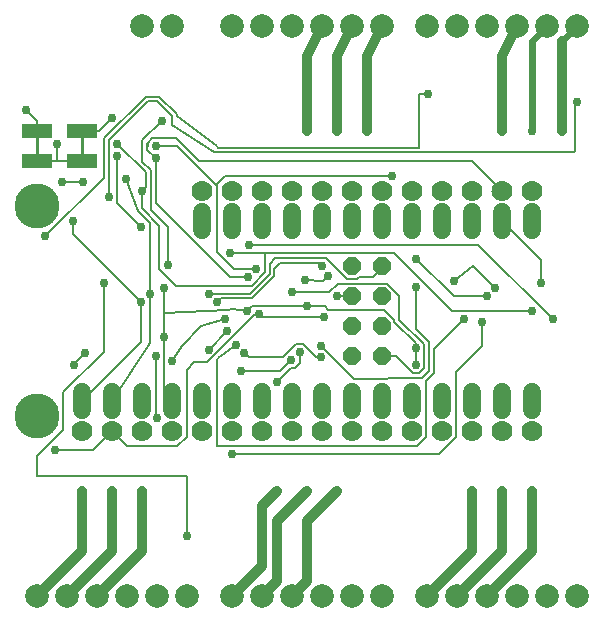
<source format=gbl>
G75*
%MOIN*%
%OFA0B0*%
%FSLAX25Y25*%
%IPPOS*%
%LPD*%
%AMOC8*
5,1,8,0,0,1.08239X$1,22.5*
%
%ADD10R,0.10000X0.05000*%
%ADD11C,0.01000*%
%ADD12C,0.15000*%
%ADD13C,0.07000*%
%ADD14C,0.07874*%
%ADD15OC8,0.06000*%
%ADD16C,0.06000*%
%ADD17C,0.00800*%
%ADD18C,0.02978*%
%ADD19C,0.03200*%
%ADD20C,0.02400*%
%ADD21C,0.01600*%
D10*
X0015000Y0161000D03*
X0015000Y0171000D03*
X0030000Y0171000D03*
X0030000Y0161000D03*
D11*
X0030000Y0171000D01*
X0015000Y0171000D02*
X0015000Y0161000D01*
D12*
X0015000Y0146000D03*
X0015000Y0076000D03*
D13*
X0030000Y0071000D03*
X0040000Y0071000D03*
X0050000Y0071000D03*
X0060000Y0071000D03*
X0070000Y0071000D03*
X0080000Y0071000D03*
X0090000Y0071000D03*
X0100000Y0071000D03*
X0110000Y0071000D03*
X0120000Y0071000D03*
X0130000Y0071000D03*
X0140000Y0071000D03*
X0150000Y0071000D03*
X0160000Y0071000D03*
X0170000Y0071000D03*
X0180000Y0071000D03*
X0180000Y0151000D03*
X0170000Y0151000D03*
X0160000Y0151000D03*
X0150000Y0151000D03*
X0140000Y0151000D03*
X0130000Y0151000D03*
X0120000Y0151000D03*
X0110000Y0151000D03*
X0100000Y0151000D03*
X0090000Y0151000D03*
X0080000Y0151000D03*
X0070000Y0151000D03*
D14*
X0015000Y0016000D03*
X0025000Y0016000D03*
X0034882Y0016000D03*
X0044882Y0016000D03*
X0054882Y0016000D03*
X0064882Y0016000D03*
X0080000Y0016000D03*
X0090000Y0016000D03*
X0099882Y0016000D03*
X0109882Y0016000D03*
X0119882Y0016000D03*
X0129882Y0016000D03*
X0145000Y0016000D03*
X0155000Y0016000D03*
X0164882Y0016000D03*
X0174882Y0016000D03*
X0184882Y0016000D03*
X0194882Y0016000D03*
X0195000Y0206000D03*
X0185000Y0206000D03*
X0175118Y0206000D03*
X0165118Y0206000D03*
X0155118Y0206000D03*
X0145118Y0206000D03*
X0130000Y0206000D03*
X0120000Y0206000D03*
X0110118Y0206000D03*
X0100118Y0206000D03*
X0090118Y0206000D03*
X0080118Y0206000D03*
X0060000Y0206000D03*
X0050000Y0206000D03*
D15*
X0120000Y0126000D03*
X0120000Y0116000D03*
X0130000Y0116000D03*
X0130000Y0126000D03*
X0130000Y0106000D03*
X0130000Y0096000D03*
X0120000Y0096000D03*
X0120000Y0106000D03*
D16*
X0120000Y0084000D02*
X0120000Y0078000D01*
X0130000Y0078000D02*
X0130000Y0084000D01*
X0140000Y0084000D02*
X0140000Y0078000D01*
X0150000Y0078000D02*
X0150000Y0084000D01*
X0160000Y0084000D02*
X0160000Y0078000D01*
X0170000Y0078000D02*
X0170000Y0084000D01*
X0180000Y0084000D02*
X0180000Y0078000D01*
X0180000Y0138000D02*
X0180000Y0144000D01*
X0170000Y0144000D02*
X0170000Y0138000D01*
X0160000Y0138000D02*
X0160000Y0144000D01*
X0150000Y0144000D02*
X0150000Y0138000D01*
X0140000Y0138000D02*
X0140000Y0144000D01*
X0130000Y0144000D02*
X0130000Y0138000D01*
X0120000Y0138000D02*
X0120000Y0144000D01*
X0110000Y0144000D02*
X0110000Y0138000D01*
X0100000Y0138000D02*
X0100000Y0144000D01*
X0090000Y0144000D02*
X0090000Y0138000D01*
X0080000Y0138000D02*
X0080000Y0144000D01*
X0070000Y0144000D02*
X0070000Y0138000D01*
X0070000Y0084000D02*
X0070000Y0078000D01*
X0060000Y0078000D02*
X0060000Y0084000D01*
X0050000Y0084000D02*
X0050000Y0078000D01*
X0040000Y0078000D02*
X0040000Y0084000D01*
X0030000Y0084000D02*
X0030000Y0078000D01*
X0080000Y0078000D02*
X0080000Y0084000D01*
X0090000Y0084000D02*
X0090000Y0078000D01*
X0100000Y0078000D02*
X0100000Y0084000D01*
X0110000Y0084000D02*
X0110000Y0078000D01*
D17*
X0120600Y0088300D02*
X0109800Y0099600D01*
X0109750Y0095761D02*
X0107985Y0095761D01*
X0103670Y0100076D01*
X0101273Y0100076D01*
X0096958Y0095761D01*
X0085596Y0095761D01*
X0084193Y0097163D01*
X0081301Y0099699D02*
X0075531Y0095469D01*
X0075000Y0094937D01*
X0075000Y0066000D01*
X0141647Y0066000D01*
X0144700Y0069053D01*
X0144700Y0087837D01*
X0147400Y0090537D01*
X0147400Y0098597D01*
X0157314Y0108511D01*
X0153400Y0111200D02*
X0134200Y0130400D01*
X0091000Y0130400D01*
X0091000Y0124000D01*
X0086600Y0119600D01*
X0061400Y0119600D01*
X0055800Y0125200D01*
X0055800Y0139600D01*
X0050000Y0145400D01*
X0050000Y0151000D01*
X0051300Y0152300D01*
X0051300Y0157300D01*
X0041800Y0166800D01*
X0039000Y0168000D02*
X0052000Y0181000D01*
X0055000Y0181000D01*
X0060000Y0176000D01*
X0060000Y0173000D01*
X0074000Y0164000D01*
X0194000Y0164000D01*
X0194500Y0164500D01*
X0194500Y0180300D01*
X0195000Y0180800D01*
X0169800Y0151200D02*
X0166600Y0151200D01*
X0169800Y0151200D02*
X0170000Y0151000D01*
X0160000Y0161000D01*
X0069063Y0161000D01*
X0061374Y0168689D01*
X0053486Y0168689D01*
X0051911Y0167114D01*
X0051911Y0166111D01*
X0051800Y0166000D01*
X0051800Y0167200D01*
X0051800Y0166000D02*
X0051800Y0164800D01*
X0054600Y0162000D01*
X0054600Y0162339D01*
X0054600Y0162000D02*
X0054600Y0147200D01*
X0079400Y0122400D01*
X0085400Y0122400D01*
X0088200Y0125200D02*
X0080600Y0125200D01*
X0075000Y0130800D01*
X0075000Y0152800D01*
X0074800Y0153000D01*
X0077800Y0156000D01*
X0133400Y0156000D01*
X0142500Y0165600D02*
X0142500Y0183500D01*
X0145400Y0183600D01*
X0142500Y0165600D02*
X0075400Y0165600D01*
X0075000Y0166000D01*
X0061600Y0176000D01*
X0061600Y0176663D01*
X0055663Y0182600D01*
X0051337Y0182600D01*
X0037537Y0168800D01*
X0037400Y0168800D01*
X0037400Y0155600D01*
X0017800Y0136000D01*
X0027000Y0136800D02*
X0049800Y0114000D01*
X0049800Y0100800D01*
X0030000Y0081000D01*
X0023800Y0084000D02*
X0023800Y0071600D01*
X0015000Y0062800D01*
X0015000Y0056000D01*
X0065000Y0056000D01*
X0065000Y0036000D01*
X0080000Y0063311D02*
X0148958Y0063311D01*
X0154700Y0069053D01*
X0154700Y0090700D01*
X0163499Y0099499D01*
X0163499Y0107501D01*
X0165000Y0116000D02*
X0154000Y0116000D01*
X0141500Y0128500D01*
X0141400Y0119200D02*
X0141400Y0105200D01*
X0145800Y0100800D01*
X0145800Y0091200D01*
X0143400Y0088800D01*
X0120600Y0088300D01*
X0130000Y0096000D02*
X0134797Y0096000D01*
X0140286Y0090511D01*
X0142514Y0090511D01*
X0144089Y0092086D01*
X0144089Y0099974D01*
X0135800Y0108263D01*
X0135800Y0116140D01*
X0131740Y0120200D01*
X0115397Y0120200D01*
X0112500Y0117302D01*
X0100000Y0117302D01*
X0104311Y0121500D02*
X0110343Y0121000D01*
X0112032Y0122689D01*
X0110000Y0126000D02*
X0108800Y0127200D01*
X0096200Y0127200D01*
X0094200Y0125200D01*
X0094200Y0122675D01*
X0086837Y0115311D01*
X0076243Y0115311D01*
X0075154Y0114222D01*
X0072500Y0116911D02*
X0086174Y0116911D01*
X0092600Y0123337D01*
X0092600Y0126900D01*
X0094500Y0128800D01*
X0111260Y0128800D01*
X0118260Y0121800D01*
X0121740Y0121800D01*
X0122440Y0122500D01*
X0127000Y0122500D01*
X0130000Y0125500D01*
X0130000Y0126000D01*
X0130000Y0116000D02*
X0130200Y0116000D01*
X0130600Y0111600D02*
X0112200Y0111600D01*
X0111000Y0112800D01*
X0105000Y0112800D01*
X0086600Y0112800D01*
X0085000Y0111200D01*
X0079900Y0111700D01*
X0078600Y0111400D01*
X0057400Y0110400D01*
X0057400Y0118800D01*
X0052600Y0116800D02*
X0052600Y0140400D01*
X0048600Y0144400D01*
X0044600Y0155100D01*
X0051300Y0157300D02*
X0051400Y0157200D01*
X0053000Y0158000D02*
X0053000Y0144800D01*
X0058600Y0139200D01*
X0058600Y0126400D01*
X0052600Y0116800D02*
X0052600Y0100600D01*
X0040000Y0081000D01*
X0040000Y0071000D02*
X0033800Y0064800D01*
X0021000Y0064800D01*
X0023800Y0084000D02*
X0037400Y0097600D01*
X0037400Y0120400D01*
X0027000Y0136800D02*
X0027000Y0141200D01*
X0030500Y0154000D02*
X0023500Y0154000D01*
X0021800Y0161200D02*
X0021800Y0166800D01*
X0021800Y0161200D02*
X0015000Y0161200D01*
X0015000Y0161000D01*
X0021800Y0161200D02*
X0029800Y0161200D01*
X0030000Y0161000D01*
X0039000Y0168000D02*
X0039000Y0149200D01*
X0041800Y0147200D02*
X0049800Y0139200D01*
X0041800Y0147200D02*
X0041800Y0162800D01*
X0050200Y0160800D02*
X0053000Y0158000D01*
X0050200Y0160800D02*
X0050200Y0168000D01*
X0056600Y0174400D01*
X0054600Y0166000D02*
X0061800Y0166000D01*
X0074800Y0153000D01*
X0085800Y0133200D02*
X0162200Y0133200D01*
X0187000Y0108400D01*
X0180200Y0111200D02*
X0153400Y0111200D01*
X0154001Y0121000D02*
X0160343Y0126000D01*
X0167573Y0118770D01*
X0183000Y0120400D02*
X0183000Y0128000D01*
X0170000Y0141000D01*
X0134200Y0108000D02*
X0130600Y0111600D01*
X0134200Y0108000D02*
X0134200Y0107600D01*
X0141400Y0100400D01*
X0141400Y0098800D01*
X0141400Y0093200D01*
X0120000Y0116000D02*
X0115000Y0116000D01*
X0110600Y0109200D02*
X0089800Y0109200D01*
X0089000Y0110000D01*
X0087800Y0110000D01*
X0071800Y0094000D01*
X0067400Y0094000D01*
X0065000Y0091600D01*
X0065000Y0069200D01*
X0061800Y0066000D01*
X0045000Y0066000D01*
X0040000Y0071000D01*
X0054711Y0075809D02*
X0055000Y0075520D01*
X0054711Y0075809D02*
X0054711Y0096000D01*
X0060200Y0094600D02*
X0063400Y0099600D01*
X0069800Y0106000D01*
X0077800Y0108500D01*
X0078400Y0104403D02*
X0072249Y0098251D01*
X0083000Y0091200D02*
X0096200Y0091200D01*
X0099800Y0094800D01*
X0099800Y0092111D02*
X0100914Y0092111D01*
X0102556Y0093753D01*
X0102556Y0097387D01*
X0101969Y0096799D01*
X0101603Y0096799D01*
X0099800Y0092111D02*
X0095000Y0087311D01*
X0060000Y0081000D02*
X0057400Y0083600D01*
X0057400Y0102400D01*
X0057400Y0110400D01*
X0079400Y0130400D02*
X0091000Y0130400D01*
X0119800Y0126000D02*
X0120000Y0126000D01*
X0040200Y0175600D02*
X0035800Y0171200D01*
X0030200Y0171200D01*
X0030000Y0171000D01*
X0015000Y0173404D02*
X0013300Y0171704D01*
X0013300Y0171000D01*
X0015000Y0173404D02*
X0015000Y0174511D01*
X0011511Y0178000D01*
X0031001Y0097001D02*
X0027449Y0093449D01*
X0027449Y0092949D01*
D18*
X0027449Y0092949D03*
X0031001Y0097001D03*
X0049800Y0114000D03*
X0052600Y0116800D03*
X0057400Y0118800D03*
X0058600Y0126400D03*
X0049800Y0139200D03*
X0039000Y0149200D03*
X0044600Y0155100D03*
X0050000Y0151000D03*
X0054600Y0162000D03*
X0054600Y0166000D03*
X0056600Y0174400D03*
X0040200Y0175600D03*
X0041800Y0166800D03*
X0041800Y0162800D03*
X0030500Y0154000D03*
X0023500Y0154000D03*
X0021800Y0166800D03*
X0011511Y0178000D03*
X0027000Y0141200D03*
X0017800Y0136000D03*
X0037400Y0120400D03*
X0057400Y0102400D03*
X0054711Y0096000D03*
X0060200Y0094600D03*
X0072249Y0098251D03*
X0078400Y0104403D03*
X0077800Y0108500D03*
X0075154Y0114222D03*
X0072500Y0116911D03*
X0085000Y0111200D03*
X0089000Y0110000D03*
X0081301Y0099699D03*
X0084193Y0097163D03*
X0083000Y0091200D03*
X0095000Y0087311D03*
X0099800Y0094800D03*
X0102556Y0097387D03*
X0109750Y0095761D03*
X0109800Y0099600D03*
X0110600Y0109200D03*
X0105000Y0112800D03*
X0100000Y0117302D03*
X0104311Y0121500D03*
X0110000Y0126000D03*
X0112032Y0122689D03*
X0115000Y0116000D03*
X0088200Y0125200D03*
X0085400Y0122400D03*
X0079400Y0130400D03*
X0085800Y0133200D03*
X0105000Y0171000D03*
X0115000Y0171000D03*
X0125000Y0171000D03*
X0133400Y0156000D03*
X0145400Y0183600D03*
X0170000Y0171000D03*
X0180000Y0171000D03*
X0190000Y0171000D03*
X0195000Y0180800D03*
X0141500Y0128500D03*
X0141400Y0119200D03*
X0154001Y0121000D03*
X0165000Y0116000D03*
X0167573Y0118770D03*
X0163499Y0107501D03*
X0157314Y0108511D03*
X0141400Y0098800D03*
X0141400Y0093200D03*
X0180200Y0111200D03*
X0187000Y0108400D03*
X0183000Y0120400D03*
X0180000Y0051000D03*
X0170000Y0051000D03*
X0160000Y0051000D03*
X0115000Y0051000D03*
X0105000Y0051000D03*
X0095000Y0051000D03*
X0080000Y0063311D03*
X0055000Y0075520D03*
X0050000Y0051000D03*
X0040000Y0051000D03*
X0030000Y0051000D03*
X0021000Y0064800D03*
X0065000Y0036000D03*
D19*
X0050000Y0031000D02*
X0035000Y0016000D01*
X0034882Y0016000D01*
X0025000Y0016000D02*
X0040000Y0031000D01*
X0040000Y0051000D01*
X0050000Y0051000D02*
X0050000Y0031000D01*
X0030000Y0031000D02*
X0030000Y0051000D01*
X0030000Y0031000D02*
X0015000Y0016000D01*
X0080000Y0016000D02*
X0090000Y0026000D01*
X0090000Y0046000D01*
X0095000Y0051000D01*
X0095000Y0041000D02*
X0095000Y0021000D01*
X0090000Y0016000D01*
X0099882Y0016000D02*
X0105000Y0021118D01*
X0105000Y0041000D01*
X0115000Y0051000D01*
X0105000Y0051000D02*
X0095000Y0041000D01*
X0145000Y0016000D02*
X0160000Y0031000D01*
X0160000Y0051000D01*
X0170000Y0051000D02*
X0170000Y0031000D01*
X0155000Y0016000D01*
X0164882Y0016000D02*
X0180000Y0031118D01*
X0180000Y0051000D01*
X0170000Y0171000D02*
X0170000Y0196000D01*
X0175118Y0206000D01*
X0190000Y0201000D02*
X0190000Y0171000D01*
X0130000Y0206000D02*
X0125000Y0196000D01*
X0125000Y0171000D01*
X0115000Y0171000D02*
X0115000Y0196000D01*
X0120000Y0206000D01*
X0110118Y0206000D02*
X0105000Y0196000D01*
X0105000Y0171000D01*
D20*
X0180000Y0171000D02*
X0180000Y0201000D01*
X0185000Y0206000D01*
X0190000Y0201000D02*
X0195000Y0206000D01*
D21*
X0080200Y0016000D02*
X0080000Y0016000D01*
M02*

</source>
